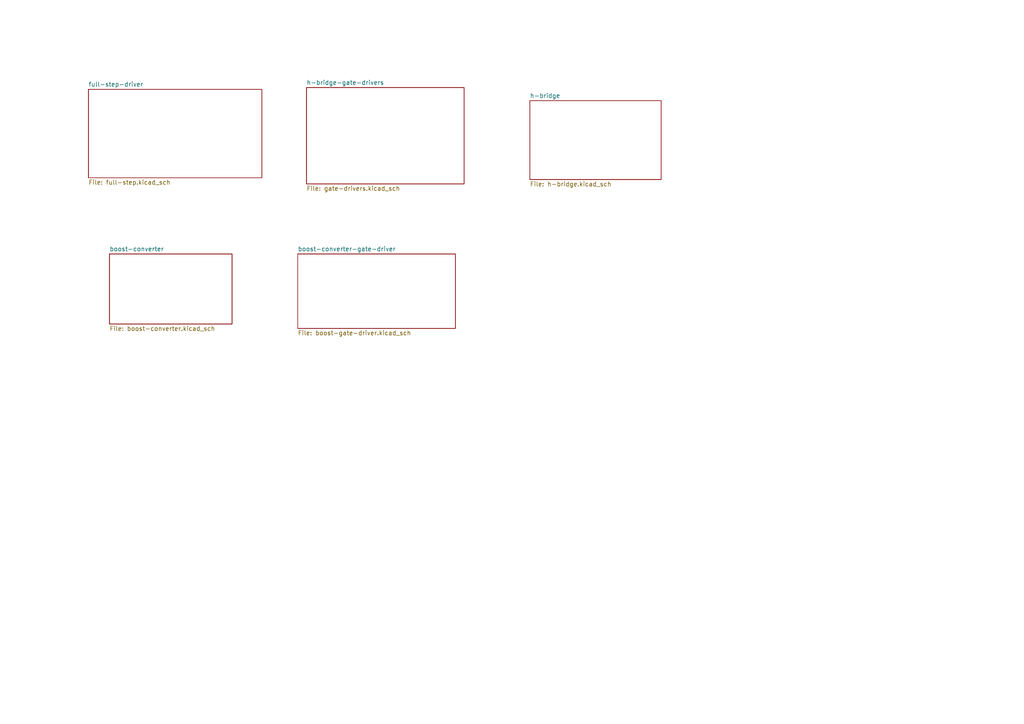
<source format=kicad_sch>
(kicad_sch
	(version 20250114)
	(generator "eeschema")
	(generator_version "9.0")
	(uuid "daa09f9b-cd8d-41e7-aeb1-7c84d26fe45e")
	(paper "A4")
	(lib_symbols)
	(sheet
		(at 153.67 29.21)
		(size 38.1 22.86)
		(exclude_from_sim no)
		(in_bom yes)
		(on_board yes)
		(dnp no)
		(fields_autoplaced yes)
		(stroke
			(width 0.1524)
			(type solid)
		)
		(fill
			(color 0 0 0 0.0000)
		)
		(uuid "2efea984-a504-4710-87d7-32aff3545785")
		(property "Sheetname" "h-bridge"
			(at 153.67 28.4984 0)
			(effects
				(font
					(size 1.27 1.27)
				)
				(justify left bottom)
			)
		)
		(property "Sheetfile" "h-bridge.kicad_sch"
			(at 153.67 52.6546 0)
			(effects
				(font
					(size 1.27 1.27)
				)
				(justify left top)
			)
		)
		(instances
			(project "stepper-motor-driver"
				(path "/daa09f9b-cd8d-41e7-aeb1-7c84d26fe45e"
					(page "3")
				)
			)
		)
	)
	(sheet
		(at 86.36 73.66)
		(size 45.72 21.59)
		(exclude_from_sim no)
		(in_bom yes)
		(on_board yes)
		(dnp no)
		(fields_autoplaced yes)
		(stroke
			(width 0.1524)
			(type solid)
		)
		(fill
			(color 0 0 0 0.0000)
		)
		(uuid "31e127db-b15e-4f9f-a11a-46823353b03f")
		(property "Sheetname" "boost-converter-gate-driver"
			(at 86.36 72.9484 0)
			(effects
				(font
					(size 1.27 1.27)
				)
				(justify left bottom)
			)
		)
		(property "Sheetfile" "boost-gate-driver.kicad_sch"
			(at 86.36 95.8346 0)
			(effects
				(font
					(size 1.27 1.27)
				)
				(justify left top)
			)
		)
		(instances
			(project "stepper-motor-driver"
				(path "/daa09f9b-cd8d-41e7-aeb1-7c84d26fe45e"
					(page "6")
				)
			)
		)
	)
	(sheet
		(at 31.75 73.66)
		(size 35.56 20.32)
		(exclude_from_sim no)
		(in_bom yes)
		(on_board yes)
		(dnp no)
		(fields_autoplaced yes)
		(stroke
			(width 0.1524)
			(type solid)
		)
		(fill
			(color 0 0 0 0.0000)
		)
		(uuid "56f96065-98b1-491c-aa05-a59af0dbdea1")
		(property "Sheetname" "boost-converter"
			(at 31.75 72.9484 0)
			(effects
				(font
					(size 1.27 1.27)
				)
				(justify left bottom)
			)
		)
		(property "Sheetfile" "boost-converter.kicad_sch"
			(at 31.75 94.5646 0)
			(effects
				(font
					(size 1.27 1.27)
				)
				(justify left top)
			)
		)
		(instances
			(project "stepper-motor-driver"
				(path "/daa09f9b-cd8d-41e7-aeb1-7c84d26fe45e"
					(page "5")
				)
			)
		)
	)
	(sheet
		(at 88.9 25.4)
		(size 45.72 27.94)
		(exclude_from_sim no)
		(in_bom yes)
		(on_board yes)
		(dnp no)
		(fields_autoplaced yes)
		(stroke
			(width 0.1524)
			(type solid)
		)
		(fill
			(color 0 0 0 0.0000)
		)
		(uuid "92a16b32-f4a1-4316-bc93-f7cc753bc53c")
		(property "Sheetname" "h-bridge-gate-drivers"
			(at 88.9 24.6884 0)
			(effects
				(font
					(size 1.27 1.27)
				)
				(justify left bottom)
			)
		)
		(property "Sheetfile" "gate-drivers.kicad_sch"
			(at 88.9 53.9246 0)
			(effects
				(font
					(size 1.27 1.27)
				)
				(justify left top)
			)
		)
		(instances
			(project "stepper-motor-driver"
				(path "/daa09f9b-cd8d-41e7-aeb1-7c84d26fe45e"
					(page "4")
				)
			)
		)
	)
	(sheet
		(at 25.654 25.908)
		(size 50.292 25.654)
		(exclude_from_sim no)
		(in_bom yes)
		(on_board yes)
		(dnp no)
		(fields_autoplaced yes)
		(stroke
			(width 0.1524)
			(type solid)
		)
		(fill
			(color 0 0 0 0.0000)
		)
		(uuid "a3027a0c-5d5b-4d16-ab4c-f5125fdf1bee")
		(property "Sheetname" "full-step-driver"
			(at 25.654 25.1964 0)
			(effects
				(font
					(size 1.27 1.27)
				)
				(justify left bottom)
			)
		)
		(property "Sheetfile" "full-step.kicad_sch"
			(at 25.654 52.1466 0)
			(effects
				(font
					(size 1.27 1.27)
				)
				(justify left top)
			)
		)
		(instances
			(project "stepper-motor-driver"
				(path "/daa09f9b-cd8d-41e7-aeb1-7c84d26fe45e"
					(page "2")
				)
			)
		)
	)
	(sheet_instances
		(path "/"
			(page "1")
		)
	)
	(embedded_fonts no)
)

</source>
